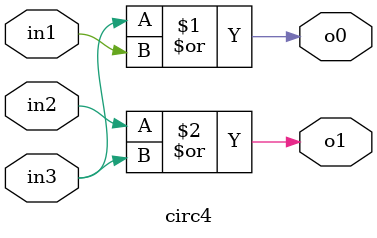
<source format=v>
`timescale 1ns/100ps
module circ4(in1, in2, in3, o0, o1);

    input in1;
    input in2;
    input in3;
    
    output o0;
    output o1;

    or #(9) g1 (o0,in3,in1);
    or #(9) g1 (o1,in2,in3);

endmodule

</source>
